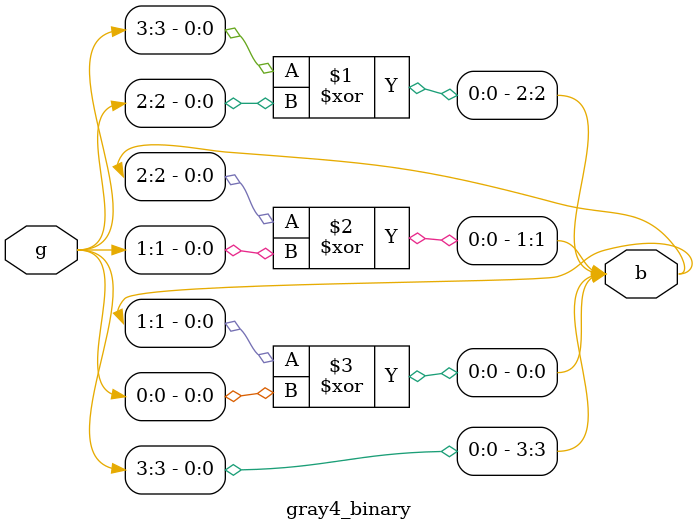
<source format=v>
module gray4_binary(b,g);
  input [3:0]g;
  output [3:0]b;
  assign b[3]=g[3];
  assign b[2]=b[3]^g[2];
  assign b[1]=b[2]^g[1];
  assign b[0]=b[1]^g[0];
endmodule 
</source>
